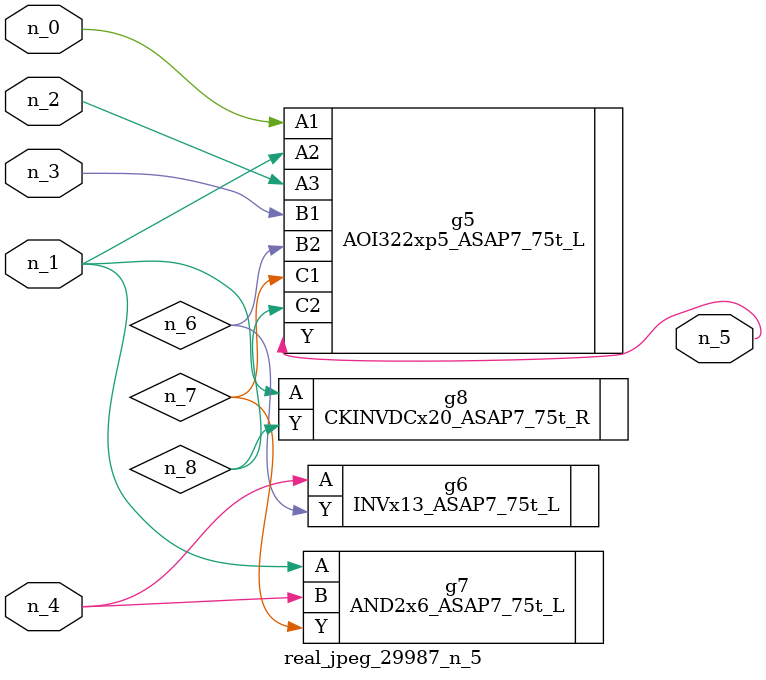
<source format=v>
module real_jpeg_29987_n_5 (n_4, n_0, n_1, n_2, n_3, n_5);

input n_4;
input n_0;
input n_1;
input n_2;
input n_3;

output n_5;

wire n_8;
wire n_6;
wire n_7;

AOI322xp5_ASAP7_75t_L g5 ( 
.A1(n_0),
.A2(n_1),
.A3(n_2),
.B1(n_3),
.B2(n_6),
.C1(n_7),
.C2(n_8),
.Y(n_5)
);

AND2x6_ASAP7_75t_L g7 ( 
.A(n_1),
.B(n_4),
.Y(n_7)
);

CKINVDCx20_ASAP7_75t_R g8 ( 
.A(n_1),
.Y(n_8)
);

INVx13_ASAP7_75t_L g6 ( 
.A(n_4),
.Y(n_6)
);


endmodule
</source>
